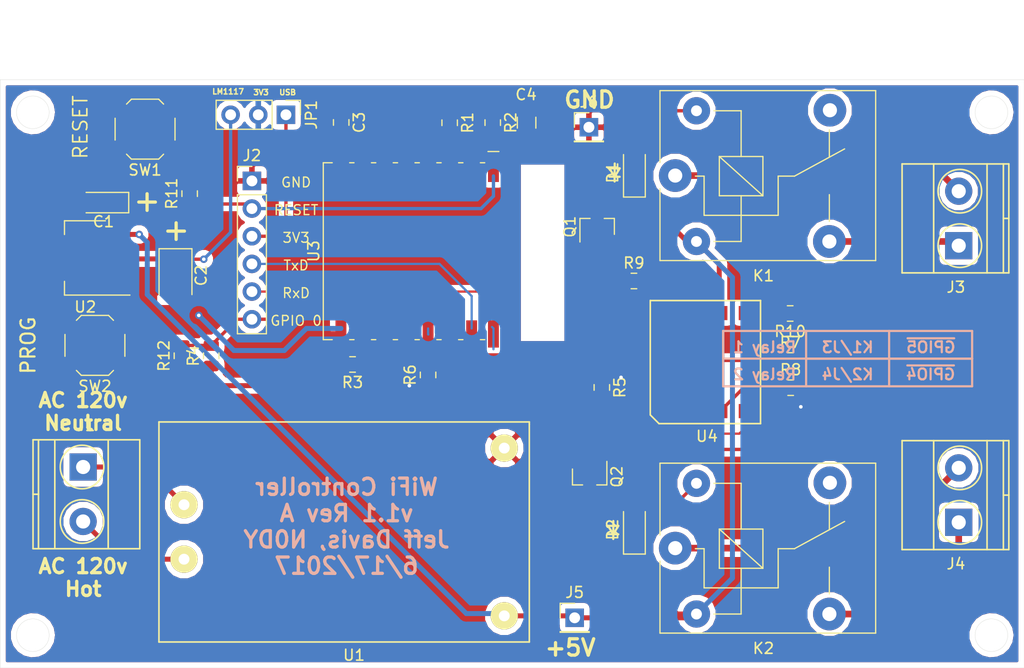
<source format=kicad_pcb>
(kicad_pcb (version 20171130) (host pcbnew "(5.0.2)-1")
  (layers (0 F.Cu signal) (31 B.Cu signal) (34 B.Paste user) (35 F.Paste user) (36 B.SilkS user) (37 F.SilkS user) (38 B.Mask user) (39 F.Mask user) (44 Edge.Cuts user))
  (net 0 "")
  (net 1 +5V)
  (net 2 GND)
  (net 3 +3V3)
  (net 4 "Net-(J1-Pad1)")
  (net 5 "Net-(J1-Pad2)")
  (net 6 /TXD)
  (net 7 /RXD)
  (net 8 "Net-(J3-Pad1)")
  (net 9 "Net-(J3-Pad2)")
  (net 10 "Net-(J4-Pad1)")
  (net 11 "Net-(J4-Pad2)")
  (net 12 "Net-(R3-Pad1)")
  (net 13 /~RELAY1)
  (net 14 /~RELAY2)
  (net 15 "Net-(R7-Pad1)")
  (net 16 "Net-(R8-Pad1)")
  (net 17 "Net-(R9-Pad2)")
  (net 18 "Net-(R10-Pad2)")
  (net 19 "Net-(Q1-Pad1)")
  (net 20 "Net-(Q2-Pad1)")
  (net 21 "Net-(R1-Pad2)")
  (net 22 "Net-(D1-Pad2)")
  (net 23 "Net-(D2-Pad2)")
  (net 24 "Net-(R11-Pad2)")
  (net 25 "Net-(R12-Pad1)")
  (net 26 /RESET)
  (net 27 /GPIO0)
  (net 28 /3V3REG)
  (net 29 "Net-(J2-Pad3)")
  (net 30 "Net-(K1-Pad4)")
  (net 31 "Net-(U3-Pad2)")
  (net 32 "Net-(U3-Pad4)")
  (net 33 "Net-(U3-Pad5)")
  (net 34 "Net-(U3-Pad6)")
  (net 35 "Net-(U3-Pad7)")
  (net 36 "Net-(U3-Pad11)")
  (net 37 "Net-(K2-Pad4)")
  (module Connectors_Terminal_Blocks:TerminalBlock_Pheonix_MKDS1.5-2pol (layer F.Cu) (at 65.6656 111.268 270)
    (fp_text reference J1 (at -3.81 -0.254) (layer F.SilkS))
    (fp_text value CONN_01X02 hide)
    (pad 2 thru_hole circle (at 5 0 270) (size 2.5 2.5) (drill 1.3) (layers *.Cu *.Mask))
    (pad 1 thru_hole rect (at 0 0 270) (size 2.5 2.5) (drill 1.3) (layers *.Cu *.Mask))
  )
  (module Connectors_Terminal_Blocks:TerminalBlock_Pheonix_MKDS1.5-2pol (layer F.Cu) (at 146.0456 116.348 90)
    (fp_text reference J4 (at -3.81 -0.254 180) (layer F.SilkS))
    (fp_text value CONN_01X02 hide)
    (pad 2 thru_hole circle (at 5 0 90) (size 2.5 2.5) (drill 1.3) (layers *.Cu *.Mask))
    (pad 1 thru_hole rect (at 0 0 90) (size 2.5 2.5) (drill 1.3) (layers *.Cu *.Mask))
  )
  (module RF_Module:ESP-07 (layer F.Cu) (at 98.4316 91.456 270)
    (fp_text reference U3 (at 0 11.6 270) (layer F.SilkS))
    (fp_text value ESP-07)
    (pad 16 smd rect (at 7.6 -4.9 270) (size 2.5 1) (layers F.Cu F.Paste F.Mask) (net 6 /TXD))
    (pad 15 smd rect (at 7.6 -2.9 270) (size 2.5 1) (layers F.Cu F.Paste F.Mask) (net 7 /RXD))
    (pad 14 smd rect (at 7.6 -0.9 270) (size 2.5 1) (layers F.Cu F.Paste F.Mask) (net 13 /~RELAY1))
    (pad 13 smd rect (at 7.6 1.1 270) (size 2.5 1) (layers F.Cu F.Paste F.Mask) (net 14 /~RELAY2))
    (pad 12 smd rect (at 7.6 3.1 270) (size 2.5 1) (layers F.Cu F.Paste F.Mask) (net 27 /GPIO0))
    (pad 11 smd rect (at 7.6 5.1 270) (size 2.5 1) (layers F.Cu F.Paste F.Mask) (net 36 "Net-(U3-Pad11)"))
    (pad 10 smd rect (at 7.6 7.1 270) (size 2.5 1) (layers F.Cu F.Paste F.Mask) (net 12 "Net-(R3-Pad1)"))
    (pad 9 smd rect (at 7.6 9.1 270) (size 2.5 1) (layers F.Cu F.Paste F.Mask) (net 2 GND))
    (pad 8 smd rect (at -7.6 9.1 270) (size 2.5 1) (layers F.Cu F.Paste F.Mask) (net 3 +3V3))
    (pad 7 smd rect (at -7.6 7.1 270) (size 2.5 1) (layers F.Cu F.Paste F.Mask) (net 35 "Net-(U3-Pad7)"))
    (pad 6 smd rect (at -7.6 5.1 270) (size 2.5 1) (layers F.Cu F.Paste F.Mask) (net 34 "Net-(U3-Pad6)"))
    (pad 5 smd rect (at -7.6 3.1 270) (size 2.5 1) (layers F.Cu F.Paste F.Mask) (net 33 "Net-(U3-Pad5)"))
    (pad 4 smd rect (at -7.6 1.1 270) (size 2.5 1) (layers F.Cu F.Paste F.Mask) (net 32 "Net-(U3-Pad4)"))
    (pad 3 smd rect (at -7.6 -0.9 270) (size 2.5 1) (layers F.Cu F.Paste F.Mask) (net 21 "Net-(R1-Pad2)"))
    (pad 2 smd rect (at -7.6 -2.9 270) (size 2.5 1) (layers F.Cu F.Paste F.Mask) (net 31 "Net-(U3-Pad2)"))
    (pad 1 smd rect (at -7.6 -4.9 270) (size 2.5 1) (layers F.Cu F.Paste F.Mask) (net 26 /RESET))
  )
  (module Button_Switch_SMD:SW_SPST_TL3342 (layer F.Cu) (at 71.34972 80.25214 180)
    (fp_text reference SW1 (at 0 -3.75 180) (layer F.SilkS))
    (fp_text value SW_Push)
    (pad 2 smd rect (at 3.15 1.9 180) (size 1.7 1) (layers F.Cu F.Paste F.Mask) (net 2 GND))
    (pad 2 smd rect (at -3.15 1.9 180) (size 1.7 1) (layers F.Cu F.Paste F.Mask) (net 2 GND))
    (pad 1 smd rect (at 3.15 -1.9 180) (size 1.7 1) (layers F.Cu F.Paste F.Mask) (net 24 "Net-(R11-Pad2)"))
    (pad 1 smd rect (at -3.15 -1.9 180) (size 1.7 1) (layers F.Cu F.Paste F.Mask) (net 24 "Net-(R11-Pad2)"))
  )
  (module Button_Switch_SMD:SW_SPST_TL3342 (layer F.Cu) (at 66.74764 100.10216 180)
    (fp_text reference SW2 (at 0 -3.75 180) (layer F.SilkS))
    (fp_text value SW_Push)
    (pad 1 smd rect (at -3.15 -1.9 180) (size 1.7 1) (layers F.Cu F.Paste F.Mask) (net 25 "Net-(R12-Pad1)"))
    (pad 1 smd rect (at 3.15 -1.9 180) (size 1.7 1) (layers F.Cu F.Paste F.Mask) (net 25 "Net-(R12-Pad1)"))
    (pad 2 smd rect (at -3.15 1.9 180) (size 1.7 1) (layers F.Cu F.Paste F.Mask) (net 2 GND))
    (pad 2 smd rect (at 3.15 1.9 180) (size 1.7 1) (layers F.Cu F.Paste F.Mask) (net 2 GND))
  )
  (module Package_TO_SOT_SMD:SOT-23 (layer F.Cu) (at 112.85372 89.21064 90)
    (fp_text reference Q1 (at 0 -2.5 90) (layer F.SilkS))
    (fp_text value MMSS8050-H)
    (pad 3 smd rect (at 1 0 90) (size 0.9 0.8) (layers F.Cu F.Paste F.Mask) (net 22 "Net-(D1-Pad2)"))
    (pad 2 smd rect (at -1 0.95 90) (size 0.9 0.8) (layers F.Cu F.Paste F.Mask) (net 2 GND))
    (pad 1 smd rect (at -1 -0.95 90) (size 0.9 0.8) (layers F.Cu F.Paste F.Mask) (net 19 "Net-(Q1-Pad1)"))
  )
  (module Package_TO_SOT_SMD:SOT-23 (layer F.Cu) (at 112.16542 112.1537 270)
    (fp_text reference Q2 (at 0 -2.5 270) (layer F.SilkS))
    (fp_text value MMSS8050-H)
    (pad 1 smd rect (at -1 -0.95 270) (size 0.9 0.8) (layers F.Cu F.Paste F.Mask) (net 20 "Net-(Q2-Pad1)"))
    (pad 2 smd rect (at -1 0.95 270) (size 0.9 0.8) (layers F.Cu F.Paste F.Mask) (net 2 GND))
    (pad 3 smd rect (at 1 0 270) (size 0.9 0.8) (layers F.Cu F.Paste F.Mask) (net 23 "Net-(D2-Pad2)"))
  )
  (module Resistor_SMD:R_0805_2012Metric (layer F.Cu) (at 130.5905 101.48646)
    (fp_text reference R7 (at 0 -1.65) (layer F.SilkS))
    (fp_text value 1K)
    (pad 2 smd roundrect (at 0.9375 0) (size 0.975 1.4) (layers F.Cu F.Paste F.Mask) (net 3 +3V3))
    (pad 1 smd roundrect (at -0.9375 0) (size 0.975 1.4) (layers F.Cu F.Paste F.Mask) (net 15 "Net-(R7-Pad1)"))
  )
  (module Resistor_SMD:R_0805_2012Metric (layer F.Cu) (at 103.26776 79.65262 270)
    (fp_text reference R2 (at 0 -1.65 270) (layer F.SilkS))
    (fp_text value 10K)
    (pad 1 smd roundrect (at -0.9375 0 270) (size 0.975 1.4) (layers F.Cu F.Paste F.Mask) (net 3 +3V3))
    (pad 2 smd roundrect (at 0.9375 0 270) (size 0.975 1.4) (layers F.Cu F.Paste F.Mask) (net 26 /RESET))
  )
  (module Resistor_SMD:R_0805_2012Metric (layer F.Cu) (at 90.3986 101.854 180)
    (fp_text reference R3 (at 0 -1.65 180) (layer F.SilkS))
    (fp_text value 10K)
    (pad 2 smd roundrect (at 0.9375 0 180) (size 0.975 1.4) (layers F.Cu F.Paste F.Mask) (net 2 GND))
    (pad 1 smd roundrect (at -0.9375 0 180) (size 0.975 1.4) (layers F.Cu F.Paste F.Mask) (net 12 "Net-(R3-Pad1)"))
  )
  (module Resistor_SMD:R_0805_2012Metric (layer F.Cu) (at 77.4258 101.0572 90)
    (fp_text reference R4 (at 0 -1.65 90) (layer F.SilkS))
    (fp_text value 10K)
    (pad 1 smd roundrect (at -0.9375 0 90) (size 0.975 1.4) (layers F.Cu F.Paste F.Mask) (net 3 +3V3))
    (pad 2 smd roundrect (at 0.9375 0 90) (size 0.975 1.4) (layers F.Cu F.Paste F.Mask) (net 27 /GPIO0))
  )
  (module Resistor_SMD:R_0805_2012Metric (layer F.Cu) (at 113.28298 103.96296 270)
    (fp_text reference R5 (at 0 -1.65 270) (layer F.SilkS))
    (fp_text value 10K)
    (pad 2 smd roundrect (at 0.9375 0 270) (size 0.975 1.4) (layers F.Cu F.Paste F.Mask) (net 13 /~RELAY1))
    (pad 1 smd roundrect (at -0.9375 0 270) (size 0.975 1.4) (layers F.Cu F.Paste F.Mask) (net 3 +3V3))
  )
  (module Resistor_SMD:R_0805_2012Metric (layer F.Cu) (at 97.33178 102.81488 90)
    (fp_text reference R6 (at 0 -1.65 90) (layer F.SilkS))
    (fp_text value 10K)
    (pad 1 smd roundrect (at -0.9375 0 90) (size 0.975 1.4) (layers F.Cu F.Paste F.Mask) (net 3 +3V3))
    (pad 2 smd roundrect (at 0.9375 0 90) (size 0.975 1.4) (layers F.Cu F.Paste F.Mask) (net 14 /~RELAY2))
  )
  (module Resistor_SMD:R_0805_2012Metric (layer F.Cu) (at 130.61848 103.98836)
    (fp_text reference R8 (at 0 -1.65) (layer F.SilkS))
    (fp_text value 1K)
    (pad 2 smd roundrect (at 0.9375 0) (size 0.975 1.4) (layers F.Cu F.Paste F.Mask) (net 3 +3V3))
    (pad 1 smd roundrect (at -0.9375 0) (size 0.975 1.4) (layers F.Cu F.Paste F.Mask) (net 16 "Net-(R8-Pad1)"))
  )
  (module Resistor_SMD:R_0805_2012Metric (layer F.Cu) (at 116.22938 94.19158)
    (fp_text reference R9 (at 0 -1.65) (layer F.SilkS))
    (fp_text value 1K)
    (pad 1 smd roundrect (at -0.9375 0) (size 0.975 1.4) (layers F.Cu F.Paste F.Mask) (net 19 "Net-(Q1-Pad1)"))
    (pad 2 smd roundrect (at 0.9375 0) (size 0.975 1.4) (layers F.Cu F.Paste F.Mask) (net 17 "Net-(R9-Pad2)"))
  )
  (module Resistor_SMD:R_0805_2012Metric (layer F.Cu) (at 74.7334 101.0572 90)
    (fp_text reference R12 (at 0 -1.65 90) (layer F.SilkS))
    (fp_text value 470)
    (pad 2 smd roundrect (at 0.9375 0 90) (size 0.975 1.4) (layers F.Cu F.Paste F.Mask) (net 27 /GPIO0))
    (pad 1 smd roundrect (at -0.9375 0 90) (size 0.975 1.4) (layers F.Cu F.Paste F.Mask) (net 25 "Net-(R12-Pad1)"))
  )
  (module Resistor_SMD:R_0805_2012Metric (layer F.Cu) (at 130.57276 97.17354 180)
    (fp_text reference R10 (at 0 -1.65 180) (layer F.SilkS))
    (fp_text value 1K)
    (pad 1 smd roundrect (at -0.9375 0 180) (size 0.975 1.4) (layers F.Cu F.Paste F.Mask) (net 20 "Net-(Q2-Pad1)"))
    (pad 2 smd roundrect (at 0.9375 0 180) (size 0.975 1.4) (layers F.Cu F.Paste F.Mask) (net 18 "Net-(R10-Pad2)"))
  )
  (module Resistor_SMD:R_0805_2012Metric (layer F.Cu) (at 75.4446 86.1728 90)
    (fp_text reference R11 (at 0 -1.65 90) (layer F.SilkS))
    (fp_text value 470)
    (pad 2 smd roundrect (at 0.9375 0 90) (size 0.975 1.4) (layers F.Cu F.Paste F.Mask) (net 24 "Net-(R11-Pad2)"))
    (pad 1 smd roundrect (at -0.9375 0 90) (size 0.975 1.4) (layers F.Cu F.Paste F.Mask) (net 26 /RESET))
  )
  (module Resistor_SMD:R_0805_2012Metric (layer F.Cu) (at 99.31298 79.66532 270)
    (fp_text reference R1 (at 0 -1.65 270) (layer F.SilkS))
    (fp_text value 10K)
    (pad 1 smd roundrect (at -0.9375 0 270) (size 0.975 1.4) (layers F.Cu F.Paste F.Mask) (net 3 +3V3))
    (pad 2 smd roundrect (at 0.9375 0 270) (size 0.975 1.4) (layers F.Cu F.Paste F.Mask) (net 21 "Net-(R1-Pad2)"))
  )
  (module Relay_THT:Relay_SPDT_SANYOU_SRD_Series_Form_C (layer F.Cu) (at 120.0202 84.51446)
    (fp_text reference K1 (at 8.1 9.2) (layer F.SilkS))
    (fp_text value Songle-SRD-05VDC-SL-C)
    (pad 1 thru_hole circle (at 0 0 90) (size 3 3) (drill 1.3) (layers *.Cu *.Mask) (net 9 "Net-(J3-Pad2)"))
    (pad 5 thru_hole circle (at 1.95 -5.95 90) (size 2.5 2.5) (drill 1) (layers *.Cu *.Mask) (net 22 "Net-(D1-Pad2)"))
    (pad 4 thru_hole circle (at 14.2 -6 90) (size 3 3) (drill 1.3) (layers *.Cu *.Mask) (net 30 "Net-(K1-Pad4)"))
    (pad 3 thru_hole circle (at 14.15 6.05 90) (size 3 3) (drill 1.3) (layers *.Cu *.Mask) (net 8 "Net-(J3-Pad1)"))
    (pad 2 thru_hole circle (at 1.95 6.05 90) (size 2.5 2.5) (drill 1) (layers *.Cu *.Mask) (net 1 +5V))
  )
  (module Relay_THT:Relay_SPDT_SANYOU_SRD_Series_Form_C (layer F.Cu) (at 120.0202 118.7158)
    (fp_text reference K2 (at 8.1 9.2) (layer F.SilkS))
    (fp_text value Songle-SRD-05VDC-SL-C)
    (pad 2 thru_hole circle (at 1.95 6.05 90) (size 2.5 2.5) (drill 1) (layers *.Cu *.Mask) (net 1 +5V))
    (pad 3 thru_hole circle (at 14.15 6.05 90) (size 3 3) (drill 1.3) (layers *.Cu *.Mask) (net 10 "Net-(J4-Pad1)"))
    (pad 4 thru_hole circle (at 14.2 -6 90) (size 3 3) (drill 1.3) (layers *.Cu *.Mask) (net 37 "Net-(K2-Pad4)"))
    (pad 5 thru_hole circle (at 1.95 -5.95 90) (size 2.5 2.5) (drill 1) (layers *.Cu *.Mask) (net 23 "Net-(D2-Pad2)"))
    (pad 1 thru_hole circle (at 0 0 90) (size 3 3) (drill 1.3) (layers *.Cu *.Mask) (net 11 "Net-(J4-Pad2)"))
  )
  (module Connector_PinHeader_2.54mm:PinHeader_1x03_P2.54mm_Vertical (layer F.Cu) (at 84.2838 78.9338 270)
    (fp_text reference JP1 (at 0 -2.33 270) (layer F.SilkS))
    (fp_text value Jumper_Dual)
    (pad 1 thru_hole rect (at 0 0 270) (size 1.7 1.7) (drill 1) (layers *.Cu *.Mask) (net 29 "Net-(J2-Pad3)"))
    (pad 2 thru_hole oval (at 0 2.54 270) (size 1.7 1.7) (drill 1) (layers *.Cu *.Mask) (net 3 +3V3))
    (pad 3 thru_hole oval (at 0 5.08 270) (size 1.7 1.7) (drill 1) (layers *.Cu *.Mask) (net 28 /3V3REG))
  )
  (module Connector_PinHeader_2.54mm:PinHeader_1x01_P2.54mm_Vertical (layer F.Cu) (at 112.0968 80.0768)
    (fp_text reference J6 (at 0 -2.33) (layer F.SilkS))
    (fp_text value TEST_1P)
    (pad 1 thru_hole rect (at 0 0) (size 1.7 1.7) (drill 1) (layers *.Cu *.Mask) (net 2 GND))
  )
  (module Connector_PinHeader_2.54mm:PinHeader_1x01_P2.54mm_Vertical (layer F.Cu) (at 110.7887 125.111)
    (fp_text reference J5 (at 0 -2.33) (layer F.SilkS))
    (fp_text value TEST_1P)
    (pad 1 thru_hole rect (at 0 0) (size 1.7 1.7) (drill 1) (layers *.Cu *.Mask) (net 1 +5V))
  )
  (module Connector_PinHeader_2.54mm:PinHeader_1x06_P2.54mm_Vertical (layer F.Cu) (at 81.1596 85.0044)
    (fp_text reference J2 (at 0 -2.33) (layer F.SilkS))
    (fp_text value CONN_01X06)
    (pad 1 thru_hole rect (at 0 0) (size 1.7 1.7) (drill 1) (layers *.Cu *.Mask) (net 2 GND))
    (pad 2 thru_hole oval (at 0 2.54) (size 1.7 1.7) (drill 1) (layers *.Cu *.Mask) (net 26 /RESET))
    (pad 3 thru_hole oval (at 0 5.08) (size 1.7 1.7) (drill 1) (layers *.Cu *.Mask) (net 29 "Net-(J2-Pad3)"))
    (pad 4 thru_hole oval (at 0 7.62) (size 1.7 1.7) (drill 1) (layers *.Cu *.Mask) (net 7 /RXD))
    (pad 5 thru_hole oval (at 0 10.16) (size 1.7 1.7) (drill 1) (layers *.Cu *.Mask) (net 6 /TXD))
    (pad 6 thru_hole oval (at 0 12.7) (size 1.7 1.7) (drill 1) (layers *.Cu *.Mask) (net 27 /GPIO0))
  )
  (module Diode_SMD:D_SOD-123 (layer F.Cu) (at 116.27256 84.23632 90)
    (fp_text reference D1 (at 0 -2 90) (layer F.SilkS))
    (fp_text value 1N4148)
    (pad 2 smd rect (at 1.65 0 90) (size 0.9 1.2) (layers F.Cu F.Paste F.Mask) (net 22 "Net-(D1-Pad2)"))
    (pad 1 smd rect (at -1.65 0 90) (size 0.9 1.2) (layers F.Cu F.Paste F.Mask) (net 1 +5V))
  )
  (module Diode_SMD:D_SOD-123 (layer F.Cu) (at 116.27256 117.01094 90)
    (fp_text reference D2 (at 0 -2 90) (layer F.SilkS))
    (fp_text value 1N4148)
    (pad 1 smd rect (at -1.65 0 90) (size 0.9 1.2) (layers F.Cu F.Paste F.Mask) (net 1 +5V))
    (pad 2 smd rect (at 1.65 0 90) (size 0.9 1.2) (layers F.Cu F.Paste F.Mask) (net 23 "Net-(D2-Pad2)"))
  )
  (module Capacitor_SMD:C_0805_2012Metric (layer F.Cu) (at 89.35618 79.63738 270)
    (fp_text reference C3 (at 0 -1.65 270) (layer F.SilkS))
    (fp_text value 100nF)
    (pad 1 smd roundrect (at -0.9375 0 270) (size 0.975 1.4) (layers F.Cu F.Paste F.Mask) (net 2 GND))
    (pad 2 smd roundrect (at 0.9375 0 270) (size 0.975 1.4) (layers F.Cu F.Paste F.Mask) (net 3 +3V3))
  )
  (module Capacitor_Tantalum_SMD:CP_EIA-3528-21_Kemet-B (layer F.Cu) (at 74.14412 93.6902 270)
    (fp_text reference C2 (at 0 -2.35 270) (layer F.SilkS))
    (fp_text value "100 uF")
    (pad 1 smd roundrect (at -1.5375 0 270) (size 1.325 2.35) (layers F.Cu F.Paste F.Mask) (roundrect_rratio 0.188679) (net 28 /3V3REG))
    (pad 2 smd roundrect (at 1.5375 0 270) (size 1.325 2.35) (layers F.Cu F.Paste F.Mask) (roundrect_rratio 0.188679) (net 2 GND))
  )
  (module Capacitor_Tantalum_SMD:CP_EIA-3216-18_Kemet-A (layer F.Cu) (at 67.5386 86.995 180)
    (fp_text reference C1 (at 0 -1.75 180) (layer F.SilkS))
    (fp_text value "10 uF")
    (pad 1 smd roundrect (at -1.35 0 180) (size 1.4 1.35) (layers F.Cu F.Paste F.Mask) (roundrect_rratio 0.185185) (net 1 +5V))
    (pad 2 smd roundrect (at 1.35 0 180) (size 1.4 1.35) (layers F.Cu F.Paste F.Mask) (roundrect_rratio 0.185185) (net 2 GND))
  )
  (module Package_TO_SOT_SMD:SOT-223-3_TabPin2 (layer F.Cu) (at 65.8622 92.075 180)
    (fp_text reference U2 (at 0 -4.5 180) (layer F.SilkS))
    (fp_text value LM1117-3.3)
    (pad 2 smd rect (at 3.15 0 180) (size 2 3.8) (layers F.Cu F.Paste F.Mask) (net 28 /3V3REG))
    (pad 2 smd rect (at -3.15 0 180) (size 2 1.5) (layers F.Cu F.Paste F.Mask) (net 28 /3V3REG))
    (pad 3 smd rect (at -3.15 2.3 180) (size 2 1.5) (layers F.Cu F.Paste F.Mask) (net 1 +5V))
    (pad 1 smd rect (at -3.15 -2.3 180) (size 2 1.5) (layers F.Cu F.Paste F.Mask) (net 2 GND))
  )
  (module Connectors_Terminal_Blocks:TerminalBlock_Pheonix_MKDS1.5-2pol (layer F.Cu) (at 146.0456 90.948 90)
    (fp_text reference J3 (at -3.81 -0.254 180) (layer F.SilkS))
    (fp_text value CONN_01X02 hide)
    (pad 1 thru_hole rect (at 0 0 90) (size 2.5 2.5) (drill 1.3) (layers *.Cu *.Mask) (net 8 "Net-(J3-Pad1)"))
    (pad 2 thru_hole circle (at 5 0 90) (size 2.5 2.5) (drill 1.3) (layers *.Cu *.Mask) (net 9 "Net-(J3-Pad2)"))
  )
  (module Capacitors_SMD:C_0805 (layer F.Cu) (at 106.37672 79.6577 90)
    (fp_text reference C4 (at 2.57556 -0.0508 180) (layer F.SilkS))
    (fp_text value 100nF)
    (pad 1 smd rect (at -1 0 90) (size 1 1.25) (layers F.Cu F.Paste F.Mask) (net 26 /RESET))
    (pad 2 smd rect (at 1 0 90) (size 1 1.25) (layers F.Cu F.Paste F.Mask) (net 2 GND))
  )
  (module WifiRelay:SOIC-8 (layer F.Cu) (at 122.7902 101.63632)
    (fp_text reference U4 (at 0.14224 6.81228 -180) (layer F.SilkS))
    (fp_text value PC827)
    (pad 8 smd rect (at -3.81 -4.5) (size 1.5 1.3) (layers F.Cu F.Paste F.Mask) (net 1 +5V))
    (pad 1 smd rect (at -3.81 4.5) (size 1.5 1.3) (layers F.Cu F.Paste F.Mask) (net 15 "Net-(R7-Pad1)"))
    (pad 7 smd rect (at -1.27 -4.5) (size 1.5 1.3) (layers F.Cu F.Paste F.Mask) (net 17 "Net-(R9-Pad2)"))
    (pad 2 smd rect (at -1.27 4.5) (size 1.5 1.3) (layers F.Cu F.Paste F.Mask) (net 13 /~RELAY1))
    (pad 6 smd rect (at 1.27 -4.5) (size 1.5 1.3) (layers F.Cu F.Paste F.Mask) (net 1 +5V))
    (pad 3 smd rect (at 1.27 4.5) (size 1.5 1.3) (layers F.Cu F.Paste F.Mask) (net 16 "Net-(R8-Pad1)"))
    (pad 5 smd rect (at 3.81 -4.5) (size 1.5 1.3) (layers F.Cu F.Paste F.Mask) (net 18 "Net-(R10-Pad2)"))
    (pad 4 smd rect (at 3.81 4.5) (size 1.5 1.3) (layers F.Cu F.Paste F.Mask) (net 14 /~RELAY2))
  )
  (module WifiRelay:HLK-PM01 (layer F.Cu) (at 89.62542 117.23192)
    (fp_text reference U1 (at 0.90678 11.31062) (layer F.SilkS))
    (fp_text value HLK-PM01)
    (pad 1 thru_hole circle (at -14.7 -2.5) (size 2.5 2.5) (drill 1) (layers *.Cu *.Mask F.SilkS) (net 4 "Net-(J1-Pad1)"))
    (pad 2 thru_hole circle (at -14.7 2.5) (size 2.5 2.5) (drill 1) (layers *.Cu *.Mask F.SilkS) (net 5 "Net-(J1-Pad2)"))
    (pad 3 thru_hole circle (at 14.7 -7.7) (size 2.5 2.5) (drill 1) (layers *.Cu *.Mask F.SilkS) (net 2 GND))
    (pad 4 thru_hole circle (at 14.7 7.7) (size 2.5 2.5) (drill 1) (layers *.Cu *.Mask F.SilkS) (net 1 +5V))
  )
  (gr_text GND (at 112.1476 77.5622) (layer F.SilkS) (effects (font (size 1.5 1.5) (thickness 0.3))))
  (gr_text USB (at 84.4362 76.8764) (layer F.SilkS) (effects (font (size 0.5 0.5) (thickness 0.125))))
  (gr_text + (at 74.20254 89.46464) (layer F.SilkS) (effects (font (size 2 2) (thickness 0.3))))
  (gr_text + (at 71.53554 86.79764) (layer F.SilkS) (effects (font (size 2 2) (thickness 0.3))))
  (gr_line (start 113.98148 83.85124) (end 114.92128 83.85124) (layer F.SilkS) (width 0.2))
  (gr_line (start 114.45138 84.6107) (end 113.98148 83.85124) (layer F.SilkS) (width 0.2))
  (gr_line (start 114.92128 83.85124) (end 114.46662 84.6107) (layer F.SilkS) (width 0.2))
  (gr_line (start 114.46662 83.40674) (end 114.45646 85.06028) (layer F.SilkS) (width 0.2))
  (gr_line (start 113.97386 84.61324) (end 114.92128 84.62594) (layer F.SilkS) (width 0.2))
  (gr_line (start 114.79428 116.67058) (end 114.33962 117.43004) (layer F.SilkS) (width 0.2))
  (gr_line (start 113.85448 116.67058) (end 114.79428 116.67058) (layer F.SilkS) (width 0.2))
  (gr_line (start 114.32438 117.43004) (end 113.85448 116.67058) (layer F.SilkS) (width 0.2))
  (gr_line (start 113.84686 117.43258) (end 114.79428 117.44528) (layer F.SilkS) (width 0.2))
  (gr_line (start 114.33962 116.22608) (end 114.32946 117.87962) (layer F.SilkS) (width 0.2))
  (gr_text +5V (at 110.38992 127.85674) (layer F.SilkS) (effects (font (size 1.5 1.5) (thickness 0.3))))
  (gr_text K2/J4 (at 135.8458 102.76662) (layer B.SilkS) (effects (font (size 1 1) (thickness 0.2)) (justify mirror)))
  (gr_text ~GPIO4 (at 143.4658 102.76662) (layer B.SilkS) (effects (font (size 1 1) (thickness 0.2)) (justify mirror)))
  (gr_text ~GPIO5 (at 143.4912 100.27742) (layer B.SilkS) (effects (font (size 1 1) (thickness 0.2)) (justify mirror)))
  (gr_text K1/J3 (at 135.8458 100.27742) (layer B.SilkS) (effects (font (size 1 1) (thickness 0.2)) (justify mirror)))
  (gr_text "Relay 2" (at 128.2258 102.76662) (layer B.SilkS) (effects (font (size 1 1) (thickness 0.2)) (justify mirror)))
  (gr_text "Relay 1" (at 128.2258 100.27742) (layer B.SilkS) (effects (font (size 1 1) (thickness 0.2)) (justify mirror)))
  (gr_line (start 139.6558 98.77882) (end 139.6558 103.85882) (angle 90) (layer B.SilkS) (width 0.2))
  (gr_line (start 132.0358 98.77882) (end 132.0358 103.85882) (angle 90) (layer B.SilkS) (width 0.2))
  (gr_line (start 147.2758 101.31882) (end 132.0358 101.31882) (angle 90) (layer B.SilkS) (width 0.2))
  (gr_line (start 124.4158 101.31882) (end 147.2758 101.31882) (angle 90) (layer B.SilkS) (width 0.2))
  (gr_line (start 124.4158 98.77882) (end 124.4158 101.31882) (angle 90) (layer B.SilkS) (width 0.2))
  (gr_line (start 147.2758 98.77882) (end 124.4158 98.77882) (angle 90) (layer B.SilkS) (width 0.2))
  (gr_line (start 147.2758 103.85882) (end 147.2758 98.77882) (angle 90) (layer B.SilkS) (width 0.2))
  (gr_line (start 124.4158 103.85882) (end 147.2758 103.85882) (angle 90) (layer B.SilkS) (width 0.2))
  (gr_line (start 124.4158 98.77882) (end 124.4158 103.85882) (angle 90) (layer B.SilkS) (width 0.2))
  (gr_circle (center 149.0456 78.708) (end 150.5456 78.708) (layer Edge.Cuts) (width 0.0254))
  (gr_circle (center 61.0456 126.708) (end 62.5456 126.708) (layer Edge.Cuts) (width 0.0254))
  (gr_circle (center 149.0456 126.708) (end 150.5456 126.708) (layer Edge.Cuts) (width 0.0254))
  (gr_circle (center 61.0456 78.708) (end 62.5456 78.708) (layer Edge.Cuts) (width 0.0254))
  (gr_line (start 58.0456 129.708) (end 58.0456 75.708) (angle 90) (layer Edge.Cuts) (width 0.0254))
  (gr_line (start 152.0456 129.708) (end 58.0456 129.708) (angle 90) (layer Edge.Cuts) (width 0.0254))
  (gr_line (start 152.0456 75.708) (end 152.0456 129.708) (angle 90) (layer Edge.Cuts) (width 0.0254))
  (gr_line (start 58.0456 75.708) (end 152.0456 75.708) (angle 90) (layer Edge.Cuts) (width 0.0254))
  (gr_text PROG (at 60.61354 100.10216 90) (layer F.SilkS) (effects (font (size 1.3 1.3) (thickness 0.2))))
  (gr_text RESET (at 65.4116 80.0768 90) (layer F.SilkS) (effects (font (size 1.3 1.3))))
  (gr_text LM1117 (at 78.9752 76.8002) (layer F.SilkS) (effects (font (size 0.5 0.5) (thickness 0.125))))
  (gr_text 3V3 (at 81.9978 76.8764) (layer F.SilkS) (effects (font (size 0.5 0.5) (thickness 0.125))))
  (gr_text GND (at 85.217 85.1408) (layer F.SilkS) (effects (font (size 0.9 0.9) (thickness 0.125))))
  (gr_text RESET (at 85.217 87.6808) (layer F.SilkS) (effects (font (size 0.9 0.9) (thickness 0.125))))
  (gr_text 3V3 (at 85.217 90.2208) (layer F.SilkS) (effects (font (size 0.9 0.9) (thickness 0.125))))
  (gr_text RxD (at 85.217 95.3008) (layer F.SilkS) (effects (font (size 0.9 0.9) (thickness 0.125))))
  (gr_text TxD (at 85.217 92.7608) (layer F.SilkS) (effects (font (size 0.9 0.9) (thickness 0.125))))
  (gr_text "GPIO 0" (at 85.217 97.8408) (layer F.SilkS) (effects (font (size 0.9 0.9) (thickness 0.125))))
  (gr_text "AC 120v\nHot" (at 65.6656 121.428) (layer F.SilkS) (effects (font (size 1.3 1.3) (thickness 0.3))))
  (gr_text "AC 120v\nNeutral" (at 65.6656 106.188) (layer F.SilkS) (effects (font (size 1.3 1.3) (thickness 0.3))))
  (gr_text "WiFi Controller\nv1.1 Rev A\nJeff Davis, N0DY\n6/17/2017" (at 89.8464 116.729) (layer B.SilkS) (effects (font (size 1.5 1.5) (thickness 0.3)) (justify mirror)))
  (segment (start 104.32542 124.93192) (end 104.11588 124.72238) (width 0.4572) (layer B.Cu) (net 1))
  (segment (start 104.11588 124.72238) (end 100.83952 124.72238) (width 0.4572) (layer B.Cu) (net 1))
  (segment (start 100.83952 124.72238) (end 71.55332 95.43618) (width 0.4572) (layer B.Cu) (net 1))
  (segment (start 71.55332 90.65844) (end 70.81164 89.91676) (width 0.4572) (layer B.Cu) (net 1))
  (segment (start 71.55332 95.43618) (end 71.55332 90.65844) (width 0.4572) (layer B.Cu) (net 1))
  (segment (start 121.9702 124.7658) (end 120.202434 124.7658) (width 0.4572) (layer F.Cu) (net 1))
  (segment (start 120.202434 124.7658) (end 116.27256 120.835926) (width 0.4572) (layer F.Cu) (net 1))
  (segment (start 116.27256 120.835926) (end 116.27256 118.66094) (width 0.4572) (layer F.Cu) (net 1))
  (segment (start 121.9702 124.7658) (end 125.27178 121.46422) (width 0.4572) (layer B.Cu) (net 1))
  (segment (start 125.27178 121.46422) (end 125.27178 93.86604) (width 0.4572) (layer B.Cu) (net 1))
  (segment (start 125.27178 93.86604) (end 121.9702 90.56446) (width 0.4572) (layer B.Cu) (net 1))
  (segment (start 116.27256 85.88632) (end 116.42256 85.88632) (width 0.4572) (layer F.Cu) (net 1))
  (segment (start 116.42256 85.88632) (end 121.1007 90.56446) (width 0.4572) (layer F.Cu) (net 1))
  (segment (start 121.1007 90.56446) (end 121.9702 90.56446) (width 0.4572) (layer F.Cu) (net 1))
  (segment (start 121.9702 90.56446) (end 124.0602 92.65446) (width 0.4572) (layer F.Cu) (net 1))
  (segment (start 124.0602 92.65446) (end 124.0602 97.13632) (width 0.4572) (layer F.Cu) (net 1))
  (segment (start 110.7887 125.111) (end 121.625 125.111) (width 0.4572) (layer F.Cu) (net 1))
  (segment (start 121.625 125.111) (end 121.9702 124.7658) (width 0.4572) (layer F.Cu) (net 1))
  (segment (start 104.32542 124.93192) (end 110.60962 124.93192) (width 0.4572) (layer F.Cu) (net 1))
  (segment (start 110.60962 124.93192) (end 110.7887 125.111) (width 0.4572) (layer F.Cu) (net 1))
  (segment (start 120.01144 99.27476) (end 121.82176 99.27476) (width 0.4572) (layer F.Cu) (net 1))
  (segment (start 121.82176 99.27476) (end 123.9602 97.13632) (width 0.4572) (layer F.Cu) (net 1))
  (segment (start 123.9602 97.13632) (end 124.0602 97.13632) (width 0.4572) (layer F.Cu) (net 1))
  (segment (start 118.9802 97.13632) (end 118.9802 98.24352) (width 0.4572) (layer F.Cu) (net 1))
  (segment (start 118.9802 98.24352) (end 120.01144 99.27476) (width 0.4572) (layer F.Cu) (net 1))
  (segment (start 70.81164 89.91676) (end 69.15396 89.91676) (width 0.4572) (layer F.Cu) (net 1))
  (segment (start 69.15396 89.91676) (end 69.0122 89.775) (width 0.4572) (layer F.Cu) (net 1))
  (via (at 70.81164 89.91676) (size 0.6858) (drill 0.3302) (layers F.Cu B.Cu) (net 1))
  (segment (start 121.80408 124.93192) (end 121.9702 124.7658) (width 0.4572) (layer B.Cu) (net 1))
  (segment (start 69.0122 89.775) (end 69.0122 87.0936) (width 0.4572) (layer F.Cu) (net 1))
  (segment (start 69.0122 87.0936) (end 68.9136 86.995) (width 0.4572) (layer F.Cu) (net 1))
  (segment (start 89.3338 98.5472) (end 86.1588 98.5472) (width 0.4572) (layer B.Cu) (net 2))
  (segment (start 76.2828 97.3488) (end 74.1492 95.2152) (width 0.4572) (layer F.Cu) (net 2))
  (via (at 76.2828 97.3488) (size 0.6858) (drill 0.3302) (layers F.Cu B.Cu) (net 2))
  (segment (start 79.5086 100.5746) (end 76.2828 97.3488) (width 0.4572) (layer B.Cu) (net 2))
  (segment (start 84.1314 100.5746) (end 79.5086 100.5746) (width 0.4572) (layer B.Cu) (net 2))
  (segment (start 86.1588 98.5472) (end 84.1314 100.5746) (width 0.4572) (layer B.Cu) (net 2))
  (segment (start 74.1492 95.2152) (end 74.14412 95.2152) (width 0.4572) (layer F.Cu) (net 2))
  (segment (start 68.19972 78.35214) (end 74.49972 78.35214) (width 0.4572) (layer F.Cu) (net 2))
  (segment (start 63.59764 98.20216) (end 69.89764 98.20216) (width 0.4572) (layer F.Cu) (net 2))
  (segment (start 68.7622 94.375) (end 69.0122 94.375) (width 0.4572) (layer F.Cu) (net 2))
  (segment (start 73.86912 95.2152) (end 74.14412 95.2152) (width 0.4572) (layer F.Cu) (net 2))
  (segment (start 89.4486 102.154) (end 89.4486 101.854) (width 0.4572) (layer F.Cu) (net 2))
  (segment (start 69.13216 94.49496) (end 69.0122 94.375) (width 0.4572) (layer F.Cu) (net 2))
  (segment (start 89.3526 98.582) (end 89.3526 101.758) (width 0.4572) (layer F.Cu) (net 2))
  (segment (start 89.3526 101.758) (end 89.4486 101.854) (width 0.4572) (layer F.Cu) (net 2))
  (segment (start 77.4258 102.0072) (end 77.4258 102.759) (width 0.4572) (layer F.Cu) (net 3))
  (via (at 95.6122 103.8004) (size 0.6858) (drill 0.3302) (layers F.Cu B.Cu) (net 3))
  (segment (start 95.64772 103.76488) (end 95.6122 103.8004) (width 0.4572) (layer F.Cu) (net 3))
  (segment (start 95.64772 103.76488) (end 97.33178 103.76488) (width 0.4572) (layer F.Cu) (net 3))
  (segment (start 78.4672 103.8004) (end 95.6122 103.8004) (width 0.4572) (layer F.Cu) (net 3))
  (segment (start 77.4258 102.759) (end 78.4672 103.8004) (width 0.4572) (layer F.Cu) (net 3))
  (segment (start 77.5068 102.119) (end 77.8068 102.119) (width 0.3048) (layer F.Cu) (net 3))
  (segment (start 81.7438 78.9338) (end 81.7438 81.1436) (width 0.4572) (layer B.Cu) (net 3))
  (segment (start 85.1474 84.5472) (end 89.3338 84.5472) (width 0.4572) (layer B.Cu) (net 3))
  (segment (start 81.7438 81.1436) (end 85.1474 84.5472) (width 0.4572) (layer B.Cu) (net 3))
  (segment (start 113.28298 103.01296) (end 115.01776 103.01296) (width 0.4572) (layer F.Cu) (net 3))
  (segment (start 115.01776 103.01296) (end 115.04574 103.04094) (width 0.4572) (layer F.Cu) (net 3))
  (via (at 115.04574 103.04094) (size 0.6858) (drill 0.3302) (layers F.Cu B.Cu) (net 3))
  (segment (start 131.56848 103.98836) (end 131.56848 105.72568) (width 0.4572) (layer F.Cu) (net 3))
  (segment (start 131.56848 105.72568) (end 131.55066 105.7435) (width 0.4572) (layer F.Cu) (net 3))
  (via (at 131.55066 105.7435) (size 0.6858) (drill 0.3302) (layers F.Cu B.Cu) (net 3))
  (segment (start 131.5405 101.48646) (end 131.5405 103.96038) (width 0.4572) (layer F.Cu) (net 3))
  (segment (start 131.5405 103.96038) (end 131.56848 103.98836) (width 0.4572) (layer F.Cu) (net 3))
  (segment (start 99.31298 78.71532) (end 103.25506 78.71532) (width 0.4572) (layer F.Cu) (net 3))
  (segment (start 103.25506 78.71532) (end 103.26776 78.70262) (width 0.4572) (layer F.Cu) (net 3))
  (segment (start 89.35618 80.63738) (end 90.43838 80.63738) (width 0.4572) (layer F.Cu) (net 3))
  (segment (start 90.43838 80.63738) (end 92.36044 78.71532) (width 0.4572) (layer F.Cu) (net 3))
  (segment (start 92.36044 78.71532) (end 99.31298 78.71532) (width 0.4572) (layer F.Cu) (net 3))
  (segment (start 89.3338 84.5472) (end 89.3338 80.65976) (width 0.4572) (layer F.Cu) (net 3))
  (segment (start 89.3338 80.65976) (end 89.35618 80.63738) (width 0.4572) (layer F.Cu) (net 3))
  (segment (start 131.56848 103.98836) (end 131.56848 103.68836) (width 0.4572) (layer F.Cu) (net 3))
  (segment (start 97.31654 103.78012) (end 97.33178 103.76488) (width 0.4572) (layer F.Cu) (net 3))
  (segment (start 65.6656 111.268) (end 71.4615 111.268) (width 0.4572) (layer F.Cu) (net 4))
  (segment (start 71.4615 111.268) (end 74.92542 114.73192) (width 0.4572) (layer F.Cu) (net 4))
  (segment (start 65.6656 111.268) (end 65.691 111.268) (width 0.4572) (layer F.Cu) (net 4))
  (segment (start 65.6656 116.268) (end 69.12952 119.73192) (width 0.4572) (layer F.Cu) (net 5))
  (segment (start 69.12952 119.73192) (end 74.92542 119.73192) (width 0.4572) (layer F.Cu) (net 5))
  (segment (start 65.6656 116.268) (end 65.691 116.221) (width 0.4572) (layer B.Cu) (net 5))
  (segment (start 81.1596 95.1644) (end 102.267 95.1644) (width 0.2032) (layer F.Cu) (net 6))
  (segment (start 103.3338 96.2312) (end 103.3338 98.5472) (width 0.2032) (layer F.Cu) (net 6))
  (segment (start 102.267 95.1644) (end 103.3338 96.2312) (width 0.2032) (layer F.Cu) (net 6))
  (segment (start 103.3338 100.45776) (end 103.3338 98.5472) (width 0.2032) (layer B.Cu) (net 6))
  (segment (start 103.19918 98.41258) (end 103.3338 98.5472) (width 0.2032) (layer B.Cu) (net 6))
  (segment (start 81.1596 92.6244) (end 98.3808 92.6244) (width 0.2032) (layer B.Cu) (net 7))
  (segment (start 101.3338 95.5774) (end 101.3338 98.5472) (width 0.2032) (layer B.Cu) (net 7))
  (segment (start 98.3808 92.6244) (end 101.3338 95.5774) (width 0.2032) (layer B.Cu) (net 7))
  (segment (start 134.1702 90.56446) (end 145.66206 90.56446) (width 0.6096) (layer F.Cu) (net 8))
  (segment (start 145.66206 90.56446) (end 146.0456 90.948) (width 0.6096) (layer F.Cu) (net 8))
  (segment (start 145.90206 90.56446) (end 146.0456 90.708) (width 0.6096) (layer F.Cu) (net 8))
  (segment (start 145.46806 91.28554) (end 146.0456 90.708) (width 0.6096) (layer F.Cu) (net 8))
  (segment (start 120.0202 84.51446) (end 144.61206 84.51446) (width 0.6096) (layer F.Cu) (net 9))
  (segment (start 144.61206 84.51446) (end 146.0456 85.948) (width 0.6096) (layer F.Cu) (net 9))
  (segment (start 145.57314 85.23554) (end 146.0456 85.708) (width 0.6096) (layer F.Cu) (net 9))
  (segment (start 145.3062 86.4474) (end 146.0456 85.708) (width 0.6096) (layer F.Cu) (net 9))
  (segment (start 143.1506 124.7658) (end 146.0456 121.8708) (width 0.6096) (layer F.Cu) (net 10))
  (segment (start 146.0456 121.8708) (end 146.0456 116.348) (width 0.6096) (layer F.Cu) (net 10))
  (segment (start 134.1702 124.7658) (end 143.1506 124.7658) (width 0.6096) (layer F.Cu) (net 10))
  (segment (start 120.0202 118.7158) (end 138.6778 118.7158) (width 0.6096) (layer F.Cu) (net 11))
  (segment (start 138.6778 118.7158) (end 146.0456 111.348) (width 0.6096) (layer F.Cu) (net 11))
  (segment (start 91.3486 101.854) (end 91.3486 98.586) (width 0.3048) (layer F.Cu) (net 12))
  (segment (start 91.3486 98.586) (end 91.3526 98.582) (width 0.3048) (layer F.Cu) (net 12))
  (segment (start 113.28298 104.91296) (end 114.13618 104.91296) (width 0.2032) (layer F.Cu) (net 13))
  (segment (start 121.4202 106.13632) (end 121.5202 106.13632) (width 0.2032) (layer F.Cu) (net 13))
  (segment (start 114.13618 104.91296) (end 116.58724 107.36402) (width 0.2032) (layer F.Cu) (net 13))
  (segment (start 116.58724 107.36402) (end 120.1925 107.36402) (width 0.2032) (layer F.Cu) (net 13))
  (segment (start 120.1925 107.36402) (end 121.4202 106.13632) (width 0.2032) (layer F.Cu) (net 13))
  (segment (start 99.3338 101.27614) (end 102.97062 104.91296) (width 0.2032) (layer F.Cu) (net 13))
  (segment (start 102.97062 104.91296) (end 113.28298 104.91296) (width 0.2032) (layer F.Cu) (net 13))
  (segment (start 99.3338 98.5472) (end 99.3338 101.27614) (width 0.2032) (layer F.Cu) (net 13))
  (segment (start 99.3338 98.5472) (end 99.33838 98.55178) (width 0.2032) (layer F.Cu) (net 13))
  (segment (start 125.89916 108.2073) (end 126.6002 107.50626) (width 0.2032) (layer F.Cu) (net 14))
  (segment (start 126.6002 107.50626) (end 126.6002 106.13632) (width 0.2032) (layer F.Cu) (net 14))
  (segment (start 112.51336 108.2073) (end 125.89916 108.2073) (width 0.2032) (layer F.Cu) (net 14))
  (segment (start 110.40262 106.09656) (end 112.51336 108.2073) (width 0.2032) (layer F.Cu) (net 14))
  (segment (start 102.41666 106.09656) (end 110.40262 106.09656) (width 0.2032) (layer F.Cu) (net 14))
  (segment (start 97.33178 101.86488) (end 98.18498 101.86488) (width 0.2032) (layer F.Cu) (net 14))
  (segment (start 98.18498 101.86488) (end 102.41666 106.09656) (width 0.2032) (layer F.Cu) (net 14))
  (segment (start 97.3338 98.5472) (end 97.3338 99.084241) (width 0.2032) (layer B.Cu) (net 14))
  (segment (start 97.3338 99.084241) (end 97.35464 99.105081) (width 0.2032) (layer B.Cu) (net 14))
  (segment (start 126.5002 106.13632) (end 126.6002 106.13632) (width 0.2032) (layer F.Cu) (net 14))
  (segment (start 97.33178 101.86488) (end 97.03178 101.86488) (width 0.2032) (layer F.Cu) (net 14))
  (segment (start 97.3338 98.5472) (end 97.3267 98.5543) (width 0.2032) (layer F.Cu) (net 14))
  (segment (start 97.3267 98.5543) (end 97.3267 101.90044) (width 0.2032) (layer F.Cu) (net 14))
  (segment (start 97.3338 99.084241) (end 97.3338 98.5472) (width 0.2032) (layer F.Cu) (net 14))
  (segment (start 129.6405 101.48646) (end 122.67526 101.48646) (width 0.3048) (layer F.Cu) (net 15))
  (segment (start 122.67526 101.48646) (end 118.9802 105.18152) (width 0.3048) (layer F.Cu) (net 15))
  (segment (start 118.9802 105.18152) (end 118.9802 106.13632) (width 0.3048) (layer F.Cu) (net 15))
  (segment (start 118.99036 106.12616) (end 118.9802 106.13632) (width 0.3048) (layer F.Cu) (net 15))
  (segment (start 124.0602 106.13632) (end 124.1602 106.13632) (width 0.3048) (layer F.Cu) (net 16))
  (segment (start 124.1602 106.13632) (end 126.30816 103.98836) (width 0.3048) (layer F.Cu) (net 16))
  (segment (start 126.30816 103.98836) (end 129.66848 103.98836) (width 0.3048) (layer F.Cu) (net 16))
  (segment (start 123.9602 106.13632) (end 124.0602 106.13632) (width 0.3048) (layer F.Cu) (net 16))
  (segment (start 117.17938 94.19158) (end 119.53026 94.19158) (width 0.3048) (layer F.Cu) (net 17))
  (segment (start 119.53026 94.19158) (end 121.5202 96.18152) (width 0.3048) (layer F.Cu) (net 17))
  (segment (start 121.5202 96.18152) (end 121.5202 97.13632) (width 0.3048) (layer F.Cu) (net 17))
  (segment (start 126.6002 97.13632) (end 129.58554 97.13632) (width 0.3048) (layer F.Cu) (net 18))
  (segment (start 129.58554 97.13632) (end 129.62276 97.17354) (width 0.3048) (layer F.Cu) (net 18))
  (segment (start 115.27938 94.19158) (end 114.62458 94.19158) (width 0.3048) (layer F.Cu) (net 19))
  (segment (start 114.62458 94.19158) (end 111.90372 91.47072) (width 0.3048) (layer F.Cu) (net 19))
  (segment (start 111.90372 91.47072) (end 111.90372 90.21064) (width 0.3048) (layer F.Cu) (net 19))
  (segment (start 134.14908 106.20324) (end 134.14908 101.5398) (width 0.3048) (layer F.Cu) (net 20))
  (segment (start 134.10336 99.09934) (end 134.10336 101.49408) (width 0.3048) (layer F.Cu) (net 20))
  (segment (start 134.10336 101.49408) (end 134.14908 101.5398) (width 0.3048) (layer F.Cu) (net 20))
  (segment (start 131.52276 97.17354) (end 132.17756 97.17354) (width 0.3048) (layer F.Cu) (net 20))
  (segment (start 132.17756 97.17354) (end 134.10336 99.09934) (width 0.3048) (layer F.Cu) (net 20))
  (segment (start 113.11542 111.1537) (end 113.11542 110.3989) (width 0.3048) (layer F.Cu) (net 20))
  (segment (start 113.11542 110.3989) (end 113.85922 109.6551) (width 0.3048) (layer F.Cu) (net 20))
  (segment (start 113.85922 109.6551) (end 130.69722 109.6551) (width 0.3048) (layer F.Cu) (net 20))
  (segment (start 130.69722 109.6551) (end 134.14908 106.20324) (width 0.3048) (layer F.Cu) (net 20))
  (segment (start 113.11542 111.1537) (end 113.11542 111.1037) (width 0.3048) (layer F.Cu) (net 20))
  (segment (start 99.31298 80.61532) (end 99.31298 81.27012) (width 0.3048) (layer F.Cu) (net 21))
  (segment (start 99.31298 81.27012) (end 99.3338 81.29094) (width 0.3048) (layer F.Cu) (net 21))
  (segment (start 99.3338 81.29094) (end 99.3338 84.5472) (width 0.3048) (layer F.Cu) (net 21))
  (segment (start 116.27256 82.58632) (end 116.27256 81.83152) (width 0.3048) (layer F.Cu) (net 22))
  (segment (start 116.27256 81.83152) (end 119.53962 78.56446) (width 0.3048) (layer F.Cu) (net 22))
  (segment (start 119.53962 78.56446) (end 121.9702 78.56446) (width 0.3048) (layer F.Cu) (net 22))
  (segment (start 112.85372 88.21064) (end 112.85372 85.85516) (width 0.3048) (layer F.Cu) (net 22))
  (segment (start 112.85372 85.85516) (end 116.12256 82.58632) (width 0.3048) (layer F.Cu) (net 22))
  (segment (start 116.12256 82.58632) (end 116.27256 82.58632) (width 0.3048) (layer F.Cu) (net 22))
  (segment (start 116.27256 115.36094) (end 119.37506 115.36094) (width 0.3048) (layer F.Cu) (net 23))
  (segment (start 119.37506 115.36094) (end 121.9702 112.7658) (width 0.3048) (layer F.Cu) (net 23))
  (segment (start 112.16542 113.1537) (end 112.16542 113.2037) (width 0.3048) (layer F.Cu) (net 23))
  (segment (start 112.16542 113.2037) (end 114.32266 115.36094) (width 0.3048) (layer F.Cu) (net 23))
  (segment (start 114.32266 115.36094) (end 116.27256 115.36094) (width 0.3048) (layer F.Cu) (net 23))
  (segment (start 121.563 113.173) (end 121.9702 112.7658) (width 0.3048) (layer F.Cu) (net 23))
  (segment (start 75.4446 85.2228) (end 75.4446 83.09702) (width 0.3048) (layer F.Cu) (net 24))
  (segment (start 75.4446 83.09702) (end 74.49972 82.15214) (width 0.3048) (layer F.Cu) (net 24))
  (segment (start 74.49972 82.15214) (end 74.84972 82.15214) (width 0.3048) (layer F.Cu) (net 24))
  (segment (start 68.19972 82.15214) (end 74.49972 82.15214) (width 0.3048) (layer F.Cu) (net 24))
  (segment (start 74.7334 102.0072) (end 69.90268 102.0072) (width 0.3048) (layer F.Cu) (net 25))
  (segment (start 69.90268 102.0072) (end 69.89764 102.00216) (width 0.3048) (layer F.Cu) (net 25))
  (segment (start 63.59764 102.00216) (end 69.89764 102.00216) (width 0.3048) (layer F.Cu) (net 25))
  (segment (start 81.1596 87.5444) (end 102.1908 87.5444) (width 0.3048) (layer B.Cu) (net 26))
  (segment (start 103.3338 86.4014) (end 103.3338 84.5472) (width 0.3048) (layer B.Cu) (net 26))
  (segment (start 102.1908 87.5444) (end 103.3338 86.4014) (width 0.3048) (layer B.Cu) (net 26))
  (segment (start 75.4446 87.1228) (end 80.738 87.1228) (width 0.3048) (layer F.Cu) (net 26))
  (segment (start 80.738 87.1228) (end 81.1596 87.5444) (width 0.3048) (layer F.Cu) (net 26))
  (segment (start 103.26776 80.60262) (end 106.32164 80.60262) (width 0.3048) (layer F.Cu) (net 26))
  (segment (start 106.32164 80.60262) (end 106.37672 80.6577) (width 0.3048) (layer F.Cu) (net 26))
  (segment (start 103.26776 80.60262) (end 103.26776 84.48116) (width 0.3048) (layer F.Cu) (net 26))
  (segment (start 103.26776 84.48116) (end 103.3338 84.5472) (width 0.3048) (layer F.Cu) (net 26))
  (segment (start 103.5406 84.394) (end 103.3526 84.582) (width 0.2032) (layer F.Cu) (net 26))
  (segment (start 103.2256 84.709) (end 103.3526 84.582) (width 0.2032) (layer F.Cu) (net 26))
  (segment (start 74.7334 100.1072) (end 77.4258 100.1072) (width 0.3048) (layer F.Cu) (net 27))
  (segment (start 77.4258 100.1072) (end 79.8286 97.7044) (width 0.3048) (layer F.Cu) (net 27))
  (segment (start 79.8286 97.7044) (end 81.1596 97.7044) (width 0.3048) (layer F.Cu) (net 27))
  (segment (start 81.1596 97.7044) (end 82.836 97.7044) (width 0.3048) (layer F.Cu) (net 27))
  (segment (start 82.836 97.7044) (end 83.7504 96.79) (width 0.3048) (layer F.Cu) (net 27))
  (segment (start 83.7504 96.79) (end 93.5766 96.79) (width 0.3048) (layer F.Cu) (net 27))
  (segment (start 93.5766 96.79) (end 95.3338 98.5472) (width 0.3048) (layer F.Cu) (net 27))
  (segment (start 74.17152 92.1926) (end 76.74 92.1926) (width 0.3048) (layer F.Cu) (net 28))
  (segment (start 79.2038 89.7288) (end 76.74 92.1926) (width 0.3048) (layer B.Cu) (net 28))
  (via (at 76.74 92.1926) (size 0.6858) (drill 0.3302) (layers F.Cu B.Cu) (net 28))
  (segment (start 79.2038 89.7288) (end 79.2038 78.9338) (width 0.3048) (layer B.Cu) (net 28))
  (segment (start 74.17152 92.1926) (end 74.14412 92.1652) (width 0.3048) (layer F.Cu) (net 28))
  (segment (start 69.0122 92.075) (end 62.7122 92.075) (width 0.4572) (layer F.Cu) (net 28))
  (segment (start 74.14412 92.1652) (end 69.1024 92.1652) (width 0.4572) (layer F.Cu) (net 28))
  (segment (start 69.1024 92.1652) (end 69.0122 92.075) (width 0.4572) (layer F.Cu) (net 28))
  (segment (start 69.596 92.075) (end 69.0122 92.075) (width 0.4572) (layer F.Cu) (net 28))
  (segment (start 81.1596 90.0844) (end 83.3694 90.0844) (width 0.3048) (layer F.Cu) (net 29))
  (segment (start 84.2838 89.17) (end 84.2838 78.9338) (width 0.3048) (layer F.Cu) (net 29))
  (segment (start 83.3694 90.0844) (end 84.2838 89.17) (width 0.3048) (layer F.Cu) (net 29))
  (zone (net 2) (net_name GND) (layer F.Cu) (connect_pads (clearance 0.508)) (min_thickness 0.254) (fill yes (arc_segments 16) (thermal_gap 0.508) (thermal_bridge_width 0.508))
    (polygon (pts (xy 152.0456 129.708) (xy 58.0456 129.708) (xy 58.0456 75.708) (xy 152.0456 75.708)))
  )
  (zone (net 3) (net_name +3V3) (layer B.Cu) (connect_pads (clearance 0.508)) (min_thickness 0.254) (fill yes (arc_segments 16) (thermal_gap 0.508) (thermal_bridge_width 0.508))
    (polygon (pts (xy 152.0456 129.708) (xy 58.0456 129.708) (xy 58.0456 75.708) (xy 152.0456 75.708)))
  )
  (zone (net 0) (net_name "") (layer F.Cu) (connect_pads (clearance 0.508)) (min_thickness 0.254)
    (keepout (tracks not_allowed) (vias not_allowed) (copperpour not_allowed))
    (fill yes (arc_segments 16) (thermal_gap 0.508) (thermal_bridge_width 0.508))
    (polygon (pts (xy 109.8456 99.708) (xy 105.8456 99.708) (xy 105.8456 83.508) (xy 109.8456 83.508)))
  )
  (zone (net 0) (net_name "") (layer B.Cu) (connect_pads (clearance 0.508)) (min_thickness 0.254)
    (keepout (tracks not_allowed) (vias not_allowed) (copperpour not_allowed))
    (fill yes (arc_segments 16) (thermal_gap 0.508) (thermal_bridge_width 0.508))
    (polygon (pts (xy 109.8456 99.708) (xy 105.8456 99.708) (xy 105.8456 83.508) (xy 109.8456 83.508)))
  )
)
</source>
